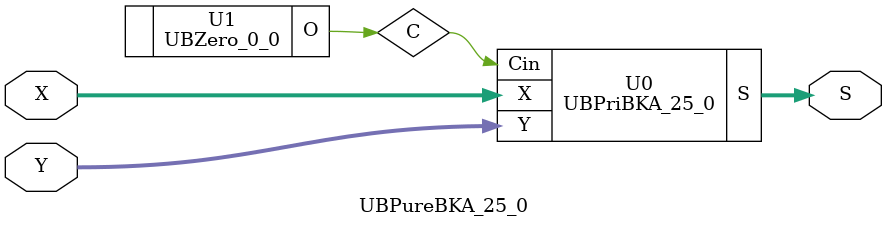
<source format=v>
/*----------------------------------------------------------------------------
  Copyright (c) 2021 Homma laboratory. All rights reserved.

  Top module: UBBKA_25_0_25_0

  Operand-1 length: 26
  Operand-2 length: 26
  Two-operand addition algorithm: Brent-Kung adder
----------------------------------------------------------------------------*/

module GPGenerator(Go, Po, A, B);
  output Go;
  output Po;
  input A;
  input B;
  assign Go = A & B;
  assign Po = A ^ B;
endmodule

module CarryOperator(Go, Po, Gi1, Pi1, Gi2, Pi2);
  output Go;
  output Po;
  input Gi1;
  input Gi2;
  input Pi1;
  input Pi2;
  assign Go = Gi1 | ( Gi2 & Pi1 );
  assign Po = Pi1 & Pi2;
endmodule

module UBPriBKA_25_0(S, X, Y, Cin);
  output [26:0] S;
  input Cin;
  input [25:0] X;
  input [25:0] Y;
  wire [25:0] G0;
  wire [25:0] G1;
  wire [25:0] G2;
  wire [25:0] G3;
  wire [25:0] G4;
  wire [25:0] G5;
  wire [25:0] G6;
  wire [25:0] G7;
  wire [25:0] G8;
  wire [25:0] P0;
  wire [25:0] P1;
  wire [25:0] P2;
  wire [25:0] P3;
  wire [25:0] P4;
  wire [25:0] P5;
  wire [25:0] P6;
  wire [25:0] P7;
  wire [25:0] P8;
  assign P1[0] = P0[0];
  assign G1[0] = G0[0];
  assign P1[2] = P0[2];
  assign G1[2] = G0[2];
  assign P1[4] = P0[4];
  assign G1[4] = G0[4];
  assign P1[6] = P0[6];
  assign G1[6] = G0[6];
  assign P1[8] = P0[8];
  assign G1[8] = G0[8];
  assign P1[10] = P0[10];
  assign G1[10] = G0[10];
  assign P1[12] = P0[12];
  assign G1[12] = G0[12];
  assign P1[14] = P0[14];
  assign G1[14] = G0[14];
  assign P1[16] = P0[16];
  assign G1[16] = G0[16];
  assign P1[18] = P0[18];
  assign G1[18] = G0[18];
  assign P1[20] = P0[20];
  assign G1[20] = G0[20];
  assign P1[22] = P0[22];
  assign G1[22] = G0[22];
  assign P1[24] = P0[24];
  assign G1[24] = G0[24];
  assign P2[0] = P1[0];
  assign G2[0] = G1[0];
  assign P2[1] = P1[1];
  assign G2[1] = G1[1];
  assign P2[2] = P1[2];
  assign G2[2] = G1[2];
  assign P2[4] = P1[4];
  assign G2[4] = G1[4];
  assign P2[5] = P1[5];
  assign G2[5] = G1[5];
  assign P2[6] = P1[6];
  assign G2[6] = G1[6];
  assign P2[8] = P1[8];
  assign G2[8] = G1[8];
  assign P2[9] = P1[9];
  assign G2[9] = G1[9];
  assign P2[10] = P1[10];
  assign G2[10] = G1[10];
  assign P2[12] = P1[12];
  assign G2[12] = G1[12];
  assign P2[13] = P1[13];
  assign G2[13] = G1[13];
  assign P2[14] = P1[14];
  assign G2[14] = G1[14];
  assign P2[16] = P1[16];
  assign G2[16] = G1[16];
  assign P2[17] = P1[17];
  assign G2[17] = G1[17];
  assign P2[18] = P1[18];
  assign G2[18] = G1[18];
  assign P2[20] = P1[20];
  assign G2[20] = G1[20];
  assign P2[21] = P1[21];
  assign G2[21] = G1[21];
  assign P2[22] = P1[22];
  assign G2[22] = G1[22];
  assign P2[24] = P1[24];
  assign G2[24] = G1[24];
  assign P2[25] = P1[25];
  assign G2[25] = G1[25];
  assign P3[0] = P2[0];
  assign G3[0] = G2[0];
  assign P3[1] = P2[1];
  assign G3[1] = G2[1];
  assign P3[2] = P2[2];
  assign G3[2] = G2[2];
  assign P3[3] = P2[3];
  assign G3[3] = G2[3];
  assign P3[4] = P2[4];
  assign G3[4] = G2[4];
  assign P3[5] = P2[5];
  assign G3[5] = G2[5];
  assign P3[6] = P2[6];
  assign G3[6] = G2[6];
  assign P3[8] = P2[8];
  assign G3[8] = G2[8];
  assign P3[9] = P2[9];
  assign G3[9] = G2[9];
  assign P3[10] = P2[10];
  assign G3[10] = G2[10];
  assign P3[11] = P2[11];
  assign G3[11] = G2[11];
  assign P3[12] = P2[12];
  assign G3[12] = G2[12];
  assign P3[13] = P2[13];
  assign G3[13] = G2[13];
  assign P3[14] = P2[14];
  assign G3[14] = G2[14];
  assign P3[16] = P2[16];
  assign G3[16] = G2[16];
  assign P3[17] = P2[17];
  assign G3[17] = G2[17];
  assign P3[18] = P2[18];
  assign G3[18] = G2[18];
  assign P3[19] = P2[19];
  assign G3[19] = G2[19];
  assign P3[20] = P2[20];
  assign G3[20] = G2[20];
  assign P3[21] = P2[21];
  assign G3[21] = G2[21];
  assign P3[22] = P2[22];
  assign G3[22] = G2[22];
  assign P3[24] = P2[24];
  assign G3[24] = G2[24];
  assign P3[25] = P2[25];
  assign G3[25] = G2[25];
  assign P4[0] = P3[0];
  assign G4[0] = G3[0];
  assign P4[1] = P3[1];
  assign G4[1] = G3[1];
  assign P4[2] = P3[2];
  assign G4[2] = G3[2];
  assign P4[3] = P3[3];
  assign G4[3] = G3[3];
  assign P4[4] = P3[4];
  assign G4[4] = G3[4];
  assign P4[5] = P3[5];
  assign G4[5] = G3[5];
  assign P4[6] = P3[6];
  assign G4[6] = G3[6];
  assign P4[7] = P3[7];
  assign G4[7] = G3[7];
  assign P4[8] = P3[8];
  assign G4[8] = G3[8];
  assign P4[9] = P3[9];
  assign G4[9] = G3[9];
  assign P4[10] = P3[10];
  assign G4[10] = G3[10];
  assign P4[11] = P3[11];
  assign G4[11] = G3[11];
  assign P4[12] = P3[12];
  assign G4[12] = G3[12];
  assign P4[13] = P3[13];
  assign G4[13] = G3[13];
  assign P4[14] = P3[14];
  assign G4[14] = G3[14];
  assign P4[16] = P3[16];
  assign G4[16] = G3[16];
  assign P4[17] = P3[17];
  assign G4[17] = G3[17];
  assign P4[18] = P3[18];
  assign G4[18] = G3[18];
  assign P4[19] = P3[19];
  assign G4[19] = G3[19];
  assign P4[20] = P3[20];
  assign G4[20] = G3[20];
  assign P4[21] = P3[21];
  assign G4[21] = G3[21];
  assign P4[22] = P3[22];
  assign G4[22] = G3[22];
  assign P4[23] = P3[23];
  assign G4[23] = G3[23];
  assign P4[24] = P3[24];
  assign G4[24] = G3[24];
  assign P4[25] = P3[25];
  assign G4[25] = G3[25];
  assign P5[0] = P4[0];
  assign G5[0] = G4[0];
  assign P5[1] = P4[1];
  assign G5[1] = G4[1];
  assign P5[2] = P4[2];
  assign G5[2] = G4[2];
  assign P5[3] = P4[3];
  assign G5[3] = G4[3];
  assign P5[4] = P4[4];
  assign G5[4] = G4[4];
  assign P5[5] = P4[5];
  assign G5[5] = G4[5];
  assign P5[6] = P4[6];
  assign G5[6] = G4[6];
  assign P5[7] = P4[7];
  assign G5[7] = G4[7];
  assign P5[8] = P4[8];
  assign G5[8] = G4[8];
  assign P5[9] = P4[9];
  assign G5[9] = G4[9];
  assign P5[10] = P4[10];
  assign G5[10] = G4[10];
  assign P5[11] = P4[11];
  assign G5[11] = G4[11];
  assign P5[12] = P4[12];
  assign G5[12] = G4[12];
  assign P5[13] = P4[13];
  assign G5[13] = G4[13];
  assign P5[14] = P4[14];
  assign G5[14] = G4[14];
  assign P5[15] = P4[15];
  assign G5[15] = G4[15];
  assign P5[16] = P4[16];
  assign G5[16] = G4[16];
  assign P5[17] = P4[17];
  assign G5[17] = G4[17];
  assign P5[18] = P4[18];
  assign G5[18] = G4[18];
  assign P5[19] = P4[19];
  assign G5[19] = G4[19];
  assign P5[20] = P4[20];
  assign G5[20] = G4[20];
  assign P5[21] = P4[21];
  assign G5[21] = G4[21];
  assign P5[22] = P4[22];
  assign G5[22] = G4[22];
  assign P5[24] = P4[24];
  assign G5[24] = G4[24];
  assign P5[25] = P4[25];
  assign G5[25] = G4[25];
  assign P6[0] = P5[0];
  assign G6[0] = G5[0];
  assign P6[1] = P5[1];
  assign G6[1] = G5[1];
  assign P6[2] = P5[2];
  assign G6[2] = G5[2];
  assign P6[3] = P5[3];
  assign G6[3] = G5[3];
  assign P6[4] = P5[4];
  assign G6[4] = G5[4];
  assign P6[5] = P5[5];
  assign G6[5] = G5[5];
  assign P6[6] = P5[6];
  assign G6[6] = G5[6];
  assign P6[7] = P5[7];
  assign G6[7] = G5[7];
  assign P6[8] = P5[8];
  assign G6[8] = G5[8];
  assign P6[9] = P5[9];
  assign G6[9] = G5[9];
  assign P6[10] = P5[10];
  assign G6[10] = G5[10];
  assign P6[12] = P5[12];
  assign G6[12] = G5[12];
  assign P6[13] = P5[13];
  assign G6[13] = G5[13];
  assign P6[14] = P5[14];
  assign G6[14] = G5[14];
  assign P6[15] = P5[15];
  assign G6[15] = G5[15];
  assign P6[16] = P5[16];
  assign G6[16] = G5[16];
  assign P6[17] = P5[17];
  assign G6[17] = G5[17];
  assign P6[18] = P5[18];
  assign G6[18] = G5[18];
  assign P6[20] = P5[20];
  assign G6[20] = G5[20];
  assign P6[21] = P5[21];
  assign G6[21] = G5[21];
  assign P6[22] = P5[22];
  assign G6[22] = G5[22];
  assign P6[23] = P5[23];
  assign G6[23] = G5[23];
  assign P6[24] = P5[24];
  assign G6[24] = G5[24];
  assign P6[25] = P5[25];
  assign G6[25] = G5[25];
  assign P7[0] = P6[0];
  assign G7[0] = G6[0];
  assign P7[1] = P6[1];
  assign G7[1] = G6[1];
  assign P7[2] = P6[2];
  assign G7[2] = G6[2];
  assign P7[3] = P6[3];
  assign G7[3] = G6[3];
  assign P7[4] = P6[4];
  assign G7[4] = G6[4];
  assign P7[6] = P6[6];
  assign G7[6] = G6[6];
  assign P7[7] = P6[7];
  assign G7[7] = G6[7];
  assign P7[8] = P6[8];
  assign G7[8] = G6[8];
  assign P7[10] = P6[10];
  assign G7[10] = G6[10];
  assign P7[11] = P6[11];
  assign G7[11] = G6[11];
  assign P7[12] = P6[12];
  assign G7[12] = G6[12];
  assign P7[14] = P6[14];
  assign G7[14] = G6[14];
  assign P7[15] = P6[15];
  assign G7[15] = G6[15];
  assign P7[16] = P6[16];
  assign G7[16] = G6[16];
  assign P7[18] = P6[18];
  assign G7[18] = G6[18];
  assign P7[19] = P6[19];
  assign G7[19] = G6[19];
  assign P7[20] = P6[20];
  assign G7[20] = G6[20];
  assign P7[22] = P6[22];
  assign G7[22] = G6[22];
  assign P7[23] = P6[23];
  assign G7[23] = G6[23];
  assign P7[24] = P6[24];
  assign G7[24] = G6[24];
  assign P8[0] = P7[0];
  assign G8[0] = G7[0];
  assign P8[1] = P7[1];
  assign G8[1] = G7[1];
  assign P8[3] = P7[3];
  assign G8[3] = G7[3];
  assign P8[5] = P7[5];
  assign G8[5] = G7[5];
  assign P8[7] = P7[7];
  assign G8[7] = G7[7];
  assign P8[9] = P7[9];
  assign G8[9] = G7[9];
  assign P8[11] = P7[11];
  assign G8[11] = G7[11];
  assign P8[13] = P7[13];
  assign G8[13] = G7[13];
  assign P8[15] = P7[15];
  assign G8[15] = G7[15];
  assign P8[17] = P7[17];
  assign G8[17] = G7[17];
  assign P8[19] = P7[19];
  assign G8[19] = G7[19];
  assign P8[21] = P7[21];
  assign G8[21] = G7[21];
  assign P8[23] = P7[23];
  assign G8[23] = G7[23];
  assign P8[25] = P7[25];
  assign G8[25] = G7[25];
  assign S[0] = Cin ^ P0[0];
  assign S[1] = ( G8[0] | ( P8[0] & Cin ) ) ^ P0[1];
  assign S[2] = ( G8[1] | ( P8[1] & Cin ) ) ^ P0[2];
  assign S[3] = ( G8[2] | ( P8[2] & Cin ) ) ^ P0[3];
  assign S[4] = ( G8[3] | ( P8[3] & Cin ) ) ^ P0[4];
  assign S[5] = ( G8[4] | ( P8[4] & Cin ) ) ^ P0[5];
  assign S[6] = ( G8[5] | ( P8[5] & Cin ) ) ^ P0[6];
  assign S[7] = ( G8[6] | ( P8[6] & Cin ) ) ^ P0[7];
  assign S[8] = ( G8[7] | ( P8[7] & Cin ) ) ^ P0[8];
  assign S[9] = ( G8[8] | ( P8[8] & Cin ) ) ^ P0[9];
  assign S[10] = ( G8[9] | ( P8[9] & Cin ) ) ^ P0[10];
  assign S[11] = ( G8[10] | ( P8[10] & Cin ) ) ^ P0[11];
  assign S[12] = ( G8[11] | ( P8[11] & Cin ) ) ^ P0[12];
  assign S[13] = ( G8[12] | ( P8[12] & Cin ) ) ^ P0[13];
  assign S[14] = ( G8[13] | ( P8[13] & Cin ) ) ^ P0[14];
  assign S[15] = ( G8[14] | ( P8[14] & Cin ) ) ^ P0[15];
  assign S[16] = ( G8[15] | ( P8[15] & Cin ) ) ^ P0[16];
  assign S[17] = ( G8[16] | ( P8[16] & Cin ) ) ^ P0[17];
  assign S[18] = ( G8[17] | ( P8[17] & Cin ) ) ^ P0[18];
  assign S[19] = ( G8[18] | ( P8[18] & Cin ) ) ^ P0[19];
  assign S[20] = ( G8[19] | ( P8[19] & Cin ) ) ^ P0[20];
  assign S[21] = ( G8[20] | ( P8[20] & Cin ) ) ^ P0[21];
  assign S[22] = ( G8[21] | ( P8[21] & Cin ) ) ^ P0[22];
  assign S[23] = ( G8[22] | ( P8[22] & Cin ) ) ^ P0[23];
  assign S[24] = ( G8[23] | ( P8[23] & Cin ) ) ^ P0[24];
  assign S[25] = ( G8[24] | ( P8[24] & Cin ) ) ^ P0[25];
  assign S[26] = G8[25] | ( P8[25] & Cin );
  GPGenerator U0 (G0[0], P0[0], X[0], Y[0]);
  GPGenerator U1 (G0[1], P0[1], X[1], Y[1]);
  GPGenerator U2 (G0[2], P0[2], X[2], Y[2]);
  GPGenerator U3 (G0[3], P0[3], X[3], Y[3]);
  GPGenerator U4 (G0[4], P0[4], X[4], Y[4]);
  GPGenerator U5 (G0[5], P0[5], X[5], Y[5]);
  GPGenerator U6 (G0[6], P0[6], X[6], Y[6]);
  GPGenerator U7 (G0[7], P0[7], X[7], Y[7]);
  GPGenerator U8 (G0[8], P0[8], X[8], Y[8]);
  GPGenerator U9 (G0[9], P0[9], X[9], Y[9]);
  GPGenerator U10 (G0[10], P0[10], X[10], Y[10]);
  GPGenerator U11 (G0[11], P0[11], X[11], Y[11]);
  GPGenerator U12 (G0[12], P0[12], X[12], Y[12]);
  GPGenerator U13 (G0[13], P0[13], X[13], Y[13]);
  GPGenerator U14 (G0[14], P0[14], X[14], Y[14]);
  GPGenerator U15 (G0[15], P0[15], X[15], Y[15]);
  GPGenerator U16 (G0[16], P0[16], X[16], Y[16]);
  GPGenerator U17 (G0[17], P0[17], X[17], Y[17]);
  GPGenerator U18 (G0[18], P0[18], X[18], Y[18]);
  GPGenerator U19 (G0[19], P0[19], X[19], Y[19]);
  GPGenerator U20 (G0[20], P0[20], X[20], Y[20]);
  GPGenerator U21 (G0[21], P0[21], X[21], Y[21]);
  GPGenerator U22 (G0[22], P0[22], X[22], Y[22]);
  GPGenerator U23 (G0[23], P0[23], X[23], Y[23]);
  GPGenerator U24 (G0[24], P0[24], X[24], Y[24]);
  GPGenerator U25 (G0[25], P0[25], X[25], Y[25]);
  CarryOperator U26 (G1[1], P1[1], G0[1], P0[1], G0[0], P0[0]);
  CarryOperator U27 (G1[3], P1[3], G0[3], P0[3], G0[2], P0[2]);
  CarryOperator U28 (G1[5], P1[5], G0[5], P0[5], G0[4], P0[4]);
  CarryOperator U29 (G1[7], P1[7], G0[7], P0[7], G0[6], P0[6]);
  CarryOperator U30 (G1[9], P1[9], G0[9], P0[9], G0[8], P0[8]);
  CarryOperator U31 (G1[11], P1[11], G0[11], P0[11], G0[10], P0[10]);
  CarryOperator U32 (G1[13], P1[13], G0[13], P0[13], G0[12], P0[12]);
  CarryOperator U33 (G1[15], P1[15], G0[15], P0[15], G0[14], P0[14]);
  CarryOperator U34 (G1[17], P1[17], G0[17], P0[17], G0[16], P0[16]);
  CarryOperator U35 (G1[19], P1[19], G0[19], P0[19], G0[18], P0[18]);
  CarryOperator U36 (G1[21], P1[21], G0[21], P0[21], G0[20], P0[20]);
  CarryOperator U37 (G1[23], P1[23], G0[23], P0[23], G0[22], P0[22]);
  CarryOperator U38 (G1[25], P1[25], G0[25], P0[25], G0[24], P0[24]);
  CarryOperator U39 (G2[3], P2[3], G1[3], P1[3], G1[1], P1[1]);
  CarryOperator U40 (G2[7], P2[7], G1[7], P1[7], G1[5], P1[5]);
  CarryOperator U41 (G2[11], P2[11], G1[11], P1[11], G1[9], P1[9]);
  CarryOperator U42 (G2[15], P2[15], G1[15], P1[15], G1[13], P1[13]);
  CarryOperator U43 (G2[19], P2[19], G1[19], P1[19], G1[17], P1[17]);
  CarryOperator U44 (G2[23], P2[23], G1[23], P1[23], G1[21], P1[21]);
  CarryOperator U45 (G3[7], P3[7], G2[7], P2[7], G2[3], P2[3]);
  CarryOperator U46 (G3[15], P3[15], G2[15], P2[15], G2[11], P2[11]);
  CarryOperator U47 (G3[23], P3[23], G2[23], P2[23], G2[19], P2[19]);
  CarryOperator U48 (G4[15], P4[15], G3[15], P3[15], G3[7], P3[7]);
  CarryOperator U49 (G5[23], P5[23], G4[23], P4[23], G4[15], P4[15]);
  CarryOperator U50 (G6[11], P6[11], G5[11], P5[11], G5[7], P5[7]);
  CarryOperator U51 (G6[19], P6[19], G5[19], P5[19], G5[15], P5[15]);
  CarryOperator U52 (G7[5], P7[5], G6[5], P6[5], G6[3], P6[3]);
  CarryOperator U53 (G7[9], P7[9], G6[9], P6[9], G6[7], P6[7]);
  CarryOperator U54 (G7[13], P7[13], G6[13], P6[13], G6[11], P6[11]);
  CarryOperator U55 (G7[17], P7[17], G6[17], P6[17], G6[15], P6[15]);
  CarryOperator U56 (G7[21], P7[21], G6[21], P6[21], G6[19], P6[19]);
  CarryOperator U57 (G7[25], P7[25], G6[25], P6[25], G6[23], P6[23]);
  CarryOperator U58 (G8[2], P8[2], G7[2], P7[2], G7[1], P7[1]);
  CarryOperator U59 (G8[4], P8[4], G7[4], P7[4], G7[3], P7[3]);
  CarryOperator U60 (G8[6], P8[6], G7[6], P7[6], G7[5], P7[5]);
  CarryOperator U61 (G8[8], P8[8], G7[8], P7[8], G7[7], P7[7]);
  CarryOperator U62 (G8[10], P8[10], G7[10], P7[10], G7[9], P7[9]);
  CarryOperator U63 (G8[12], P8[12], G7[12], P7[12], G7[11], P7[11]);
  CarryOperator U64 (G8[14], P8[14], G7[14], P7[14], G7[13], P7[13]);
  CarryOperator U65 (G8[16], P8[16], G7[16], P7[16], G7[15], P7[15]);
  CarryOperator U66 (G8[18], P8[18], G7[18], P7[18], G7[17], P7[17]);
  CarryOperator U67 (G8[20], P8[20], G7[20], P7[20], G7[19], P7[19]);
  CarryOperator U68 (G8[22], P8[22], G7[22], P7[22], G7[21], P7[21]);
  CarryOperator U69 (G8[24], P8[24], G7[24], P7[24], G7[23], P7[23]);
endmodule

module UBZero_0_0(O);
  output [0:0] O;
  assign O[0] = 0;
endmodule

module UBBKA_25_0_25_0 (S, X, Y);
  output [26:0] S;
  input [25:0] X;
  input [25:0] Y;
  UBPureBKA_25_0 U0 (S[26:0], X[25:0], Y[25:0]);
endmodule

module UBPureBKA_25_0 (S, X, Y);
  output [26:0] S;
  input [25:0] X;
  input [25:0] Y;
  wire C;
  UBPriBKA_25_0 U0 (S, X, Y, C);
  UBZero_0_0 U1 (C);
endmodule


</source>
